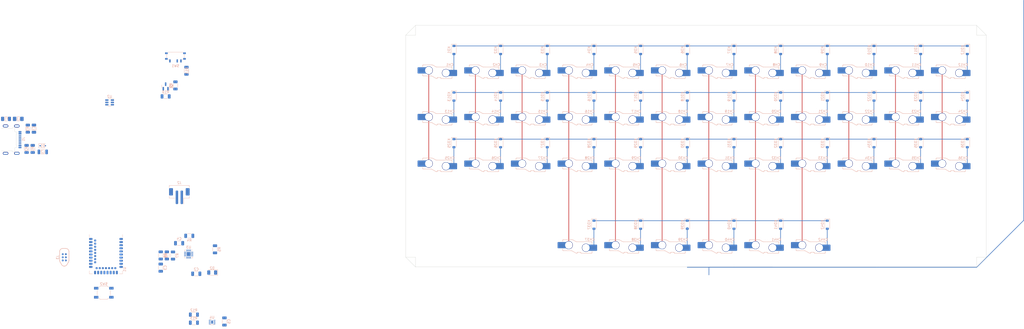
<source format=kicad_pcb>
(kicad_pcb (version 20221018) (generator pcbnew)
  (layers (0 "F.Cu" signal) (31 "B.Cu" signal) (34 "B.Paste" user) (35 "F.Paste" user) (36 "B.SilkS" user "B.Silkscreen") (37 "F.SilkS" user "F.Silkscreen") (38 "B.Mask" user) (39 "F.Mask" user) (44 "Edge.Cuts" user))
  (net 0 "")
  (net 1 "GNDPWR")
  (net 2 "GND")
  (net 3 "+BATT")
  (net 4 "+VSW")
  (net 5 "VBUS")
  (net 6 "Net-(J1-CC1)")
  (net 7 "usb-D+")
  (net 8 "usb-D-")
  (net 10 "Net-(J1-CC2)")
  (net 12 "Earth")
  (net 13 "+3.3V")
  (net 14 "SWDIO")
  (net 15 "RST")
  (net 16 "SWCLK")
  (net 18 "Net-(F1-Pad1)")
  (net 19 "Net-(Q1-G)")
  (net 20 "SYSOFF")
  (net 21 "Net-(U3-~{CHG})")
  (net 22 "Net-(U3-TS)")
  (net 23 "Net-(U3-TMR)")
  (net 24 "Net-(U3-ILIM)")
  (net 25 "Net-(U3-ISET)")
  (net 26 "+5V")
  (net 27 "Net-(SW1-A)")
  (net 28 "scl")
  (net 29 "sda")
  (net 35 "VSENSE")
  (net 66 "alert")
  (net 67 "row3")
  (net 68 "row2")
  (net 69 "row1")
  (net 70 "row0")
  (net 71 "col00")
  (net 72 "col01")
  (net 73 "col02")
  (net 74 "col03")
  (net 75 "col04")
  (net 76 "col05")
  (net 77 "col06")
  (net 78 "col07")
  (net 79 "col08")
  (net 80 "col09")
  (net 81 "col10")
  (net 82 "col11")
  (net 83 "Net-(KD1-A)")
  (net 84 "Net-(KD2-A)")
  (net 85 "Net-(KD3-A)")
  (net 86 "Net-(KD4-A)")
  (net 87 "Net-(KD5-A)")
  (net 88 "Net-(KD6-A)")
  (net 89 "Net-(KD7-A)")
  (net 90 "Net-(KD8-A)")
  (net 91 "Net-(KD9-A)")
  (net 92 "Net-(KD10-A)")
  (net 93 "Net-(KD11-A)")
  (net 94 "Net-(KD12-A)")
  (net 95 "Net-(KD13-A)")
  (net 96 "Net-(KD14-A)")
  (net 97 "Net-(KD15-A)")
  (net 98 "Net-(KD16-A)")
  (net 99 "Net-(KD17-A)")
  (net 100 "Net-(KD18-A)")
  (net 101 "Net-(KD19-A)")
  (net 102 "Net-(KD20-A)")
  (net 103 "Net-(KD21-A)")
  (net 104 "Net-(KD22-A)")
  (net 105 "Net-(KD23-A)")
  (net 106 "Net-(KD24-A)")
  (net 107 "Net-(KD25-A)")
  (net 108 "Net-(KD26-A)")
  (net 109 "Net-(KD27-A)")
  (net 110 "Net-(KD28-A)")
  (net 111 "Net-(KD29-A)")
  (net 112 "Net-(KD30-A)")
  (net 113 "Net-(KD31-A)")
  (net 114 "Net-(KD32-A)")
  (net 115 "Net-(KD33-A)")
  (net 116 "Net-(KD34-A)")
  (net 117 "Net-(KD35-A)")
  (net 118 "Net-(KD36-A)")
  (net 119 "Net-(KD37-A)")
  (net 120 "Net-(KD38-A)")
  (net 121 "Net-(KD39-A)")
  (net 122 "Net-(KD40-A)")
  (net 123 "Net-(KD41-A)")
  (net 124 "Net-(KD42-A)")
  (footprint "Diode_SMD:D_SOD-123" (layer "B.Cu") (at 185.27619 41.6 -90)
    (fp_text reference "KD20")
    (fp_text value "1N4448W")
  )
  (footprint "Resistor_SMD:R_1206_3216Metric" (layer "B.Cu") (at -54.21 130.745 180)
    (fp_text reference "R12")
    (fp_text value "5.1 kOhm")
  )
  (footprint "Diode_SMD:D_SOD-123" (layer "B.Cu") (at 166.22619 22.55 -90)
    (fp_text reference "KD7")
    (fp_text value "1N4448W")
  )
  (footprint "PCM_marbastlib-various:CON_TC2030_outlined" (layer "B.Cu") (at -107.1125 107.305 90)
    (fp_text reference "J3")
    (fp_text value "TC2030_SWD" hide)
  )
  (footprint "Resistor_SMD:R_1206_3216Metric" (layer "B.Cu") (at -45.6 104.035 90)
    (fp_text reference "R5")
    (fp_text value "10 kOhm")
  )
  (footprint "Diode_SMD:D_SOD-123" (layer "B.Cu") (at 147.17619 22.55 -90)
    (fp_text reference "KD6")
    (fp_text value "1N4448W")
  )
  (footprint "PCM_marbastlib-xp-gateron_lp:SW_KS33_HS_KS-2P02B01-02_HS_1u" (layer "B.Cu") (at 122.25 64.3 180)
    (fp_text reference "CH29")
    (fp_text value "KS33_SW_HS")
  )
  (footprint "Diode_SMD:D_SOD-123" (layer "B.Cu") (at 147.17619 60.65 -90)
    (fp_text reference "KD30")
    (fp_text value "1N4448W")
  )
  (footprint "Diode_SMD:D_SOD-323" (layer "B.Cu") (at -115.8975 61.7125)
    (fp_text reference "D1")
    (fp_text value "SD36_SOD323" hide)
  )
  (footprint "PCM_marbastlib-xp-gateron_lp:SW_KS33_HS_KS-2P02B01-02_HS_1u" (layer "B.Cu") (at 198.45 26.2 180)
    (fp_text reference "CH9")
    (fp_text value "KS33_SW_HS")
  )
  (footprint "PCM_marbastlib-various:nRF52840_E73-2G4M08S1C" (layer "B.Cu") (at -90.1 104.835 180)
    (fp_text reference "U1")
    (fp_text value "nRF52840_E73-2G4M08S1C" hide)
  )
  (footprint "PCM_marbastlib-xp-gateron_lp:SW_KS33_HS_KS-2P02B01-02_HS_1u" (layer "B.Cu") (at 103.2 97.6375 180)
    (fp_text reference "CH37")
    (fp_text value "KS33_SW_HS")
  )
  (footprint "PCM_marbastlib-xp-gateron_lp:SW_KS33_HS_KS-2P02B01-02_HS_1u" (layer "B.Cu") (at 141.3 64.3 180)
    (fp_text reference "CH30")
    (fp_text value "KS33_SW_HS")
  )
  (footprint "PCM_marbastlib-xp-gateron_lp:SW_KS33_HS_KS-2P02B01-02_HS_1u" (layer "B.Cu") (at 103.2 45.25 180)
    (fp_text reference "CH16")
    (fp_text value "KS33_SW_HS")
  )
  (footprint "Diode_SMD:D_SOD-123" (layer "B.Cu") (at 204.32619 22.55 -90)
    (fp_text reference "KD9")
    (fp_text value "1N4448W")
  )
  (footprint "Diode_SMD:D_SOD-123" (layer "B.Cu") (at 51.92619 22.55 -90)
    (fp_text reference "KD1")
    (fp_text value "1N4448W")
  )
  (footprint "PCM_marbastlib-xp-gateron_lp:SW_KS33_HS_KS-2P02B01-02_HS_1u" (layer "B.Cu") (at 179.4 45.25 180)
    (fp_text reference "CH20")
    (fp_text value "KS33_SW_HS")
  )
  (footprint "Diode_SMD:D_SOD-123" (layer "B.Cu") (at 51.92619 41.6 -90)
    (fp_text reference "KD13")
    (fp_text value "1N4448W")
  )
  (footprint "Connector_JST:JST_PH_B2B-PH-SM4-TB_1x02-1MP_P2.00mm_Vertical" (layer "B.Cu") (at -60.1475 82.285 180)
    (fp_text reference "J2")
    (fp_text value "Conn_01x02_Shielded")
  )
  (footprint "PCM_marbastlib-xp-gateron_lp:SW_KS33_HS_KS-2P02B01-02_HS_1u" (layer "B.Cu") (at 141.3 26.2 180)
    (fp_text reference "CH6")
    (fp_text value "KS33_SW_HS")
  )
  (footprint "PCM_marbastlib-xp-gateron_lp:SW_KS33_HS_KS-2P02B01-02_HS_1u" (layer "B.Cu") (at 65.1 26.2 180)
    (fp_text reference "CH2")
    (fp_text value "KS33_SW_HS")
  )
  (footprint "Diode_SMD:D_SOD-123" (layer "B.Cu") (at 185.27619 60.65 -90)
    (fp_text reference "KD32")
    (fp_text value "1N4448W")
  )
  (footprint "Button_Switch_SMD:SW_SPST_SKQG_WithStem" (layer "B.Cu") (at -90.9975 121.785 180)
    (fp_text reference "SW2")
    (fp_text value "SW_Push_45deg")
  )
  (footprint "Package_DFN_QFN:VQFN-16-1EP_3x3mm_P0.5mm_EP1.6x1.6mm" (layer "B.Cu") (at -56.35 105.9725 180)
    (fp_text reference "U3")
    (fp_text value "BQ24075RGT")
  )
  (footprint "Diode_SMD:D_SOD-123" (layer "B.Cu") (at 109.07619 93.9875 -90)
    (fp_text reference "KD37")
    (fp_text value "1N4448W")
  )
  (footprint "PCM_marbastlib-xp-gateron_lp:SW_KS33_HS_KS-2P02B01-02_HS_1u" (layer "B.Cu") (at 84.15 64.3 180)
    (fp_text reference "CH27")
    (fp_text value "KS33_SW_HS")
  )
  (footprint "Diode_SMD:D_SOD-123" (layer "B.Cu") (at 166.22619 93.9875 -90)
    (fp_text reference "KD40")
    (fp_text value "1N4448W")
  )
  (footprint "Diode_SMD:D_SOD-123" (layer "B.Cu") (at 90.02619 41.6 -90)
    (fp_text reference "KD15")
    (fp_text value "1N4448W")
  )
  (footprint "Capacitor_SMD:C_1206_3216Metric" (layer "B.Cu") (at -67.7475 111.535 90)
    (fp_text reference "C3")
    (fp_text value "4.7 uF")
  )
  (footprint "Resistor_SMD:R_1206_3216Metric" (layer "B.Cu") (at -62.7475 106.5725 90)
    (fp_text reference "R7")
    (fp_text value "1.5 kOhm")
  )
  (footprint "PCM_marbastlib-xp-gateron_lp:SW_KS33_HS_KS-2P02B01-02_HS_1u" (layer "B.Cu") (at 103.2 26.2 180)
    (fp_text reference "CH4")
    (fp_text value "KS33_SW_HS")
  )
  (footprint "PCM_marbastlib-xp-gateron_lp:SW_KS33_HS_KS-2P02B01-02_HS_1u" (layer "B.Cu") (at 160.35 45.25 180)
    (fp_text reference "CH19")
    (fp_text value "KS33_SW_HS")
  )
  (footprint "Diode_SMD:D_SOD-123" (layer "B.Cu") (at 261.47619 41.6 -90)
    (fp_text reference "KD24")
    (fp_text value "1N4448W")
  )
  (footprint "Diode_SMD:D_SOD-123" (layer "B.Cu") (at 185.27619 93.9875 -90)
    (fp_text reference "KD41")
    (fp_text value "1N4448W")
  )
  (footprint "Diode_SMD:D_SOD-123" (layer "B.Cu") (at 147.17619 41.6 -90)
    (fp_text reference "KD18")
    (fp_text value "1N4448W")
  )
  (footprint "Diode_SMD:D_SOD-123" (layer "B.Cu") (at 128.12619 60.65 -90)
    (fp_text reference "KD29")
    (fp_text value "1N4448W")
  )
  (footprint "PCM_marbastlib-xp-gateron_lp:SW_KS33_HS_KS-2P02B01-02_HS_1u" (layer "B.Cu") (at 217.5 26.2 180)
    (fp_text reference "CH10")
    (fp_text value "KS33_SW_HS")
  )
  (footprint "PCM_marbastlib-xp-gateron_lp:SW_KS33_HS_KS-2P02B01-02_HS_1u" (layer "B.Cu") (at 160.35 26.2 180)
    (fp_text reference "CH7")
    (fp_text value "KS33_SW_HS")
  )
  (footprint "Resistor_SMD:R_1206_3216Metric" (layer "B.Cu") (at -120 63 -90)
    (fp_text reference "R1")
    (fp_text value "5.1 kOhm" hide)
  )
  (footprint "Diode_SMD:D_SOD-123" (layer "B.Cu") (at 147.17619 93.9875 -90)
    (fp_text reference "KD39")
    (fp_text value "1N4448W")
  )
  (footprint "PCM_marbastlib-xp-gateron_lp:SW_KS33_HS_KS-2P02B01-02_HS_1u" (layer "B.Cu") (at 255.6 64.3 180)
    (fp_text reference "CH36")
    (fp_text value "KS33_SW_HS")
  )
  (footprint "Capacitor_SMD:C_1206_3216Metric" (layer "B.Cu") (at -41.7475 133.535 90)
    (fp_text reference "C5")
    (fp_text value "100 nF")
  )
  (footprint "PCM_marbastlib-xp-gateron_lp:SW_KS33_HS_KS-2P02B01-02_HS_1u" (layer "B.Cu") (at 46.05 64.3 180)
    (fp_text reference "CH25")
    (fp_text value "KS33_SW_HS")
  )
  (footprint "Diode_SMD:D_SOD-123" (layer "B.Cu") (at 128.12619 93.9875 -90)
    (fp_text reference "KD38")
    (fp_text value "1N4448W")
  )
  (footprint "Diode_SMD:D_SOD-123" (layer "B.Cu") (at 109.07619 22.55 -90)
    (fp_text reference "KD4")
    (fp_text value "1N4448W")
  )
  (footprint "Resistor_SMD:R_1206_3216Metric" (layer "B.Cu") (at -56.1 98.535)
    (fp_text reference "R4")
    (fp_text value "1.5 kOhm")
  )
  (footprint "Resistor_SMD:R_1206_3216Metric" (layer "B.Cu") (at -61.7475 37.035 -90)
    (fp_text reference "R9")
    (fp_text value "100 Ohm")
  )
  (footprint "PCM_marbastlib-xp-gateron_lp:SW_KS33_HS_KS-2P02B01-02_HS_1u" (layer "B.Cu") (at 65.1 45.25 180)
    (fp_text reference "CH14")
    (fp_text value "KS33_SW_HS")
  )
  (footprint "Diode_SMD:D_SOD-123" (layer "B.Cu") (at 90.02619 22.55 -90)
    (fp_text reference "KD3")
    (fp_text value "1N4448W")
  )
  (footprint "PCM_marbastlib-xp-gateron_lp:SW_KS33_HS_KS-2P02B01-02_HS_1u" (layer "B.Cu") (at 198.45 45.25 180)
    (fp_text reference "CH21")
    (fp_text value "KS33_SW_HS")
  )
  (footprint "PCM_marbastlib-xp-gateron_lp:SW_KS33_HS_KS-2P02B01-02_HS_1u" (layer "B.Cu") (at 255.6 26.2 180)
    (fp_text reference "CH12")
    (fp_text value "KS33_SW_HS")
  )
  (footprint "Resistor_SMD:R_1206_3216Metric" (layer "B.Cu") (at -122.5 63 -90)
    (fp_text reference "R2")
    (fp_text value "5.1 kOhm" hide)
  )
  (footprint "Package_TO_SOT_SMD:SOT-23" (layer "B.Cu") (at -65.7475 37.4725 90)
    (fp_text reference "Q1")
    (fp_text value "2N7002")
  )
  (footprint "PCM_marbastlib-xp-gateron_lp:SW_KS33_HS_KS-2P02B01-02_HS_1u" (layer "B.Cu") (at 236.55 45.25 180)
    (fp_text reference "CH23")
    (fp_text value "KS33_SW_HS")
  )
  (footprint "Diode_SMD:D_SOD-123" (layer "B.Cu") (at 109.07619 60.65 -90)
    (fp_text reference "KD28")
    (fp_text value "1N4448W")
  )
  (footprint "Inductor_SMD:L_1206_3216Metric_Pad1.42x1.75mm_HandSolder" (layer "B.Cu") (at -125.9 50.7125 180)
    (fp_text reference "L1")
    (fp_text value "L" hide)
  )
  (footprint "Diode_SMD:D_SOD-123" (layer "B.Cu") (at 223.37619 41.6 -90)
    (fp_text reference "KD22")
    (fp_text value "1N4448W")
  )
  (footprint "Package_DFN_QFN:DFN-8-1EP_2x2mm_P0.5mm_EP0.7x1.3mm" (layer "B.Cu") (at -46.785 133.785 180)
    (fp_text reference "U4")
    (fp_text value "MAX17048")
  )
  (footprint "Diode_SMD:D_SOD-123" (layer "B.Cu") (at 185.27619 22.55 -90)
    (fp_text reference "KD8")
    (fp_text value "1N4448W")
  )
  (footprint "Package_TO_SOT_SMD:SOT-23-6" (layer "B.Cu") (at -88.61 43.985 180)
    (fp_text reference "U2")
    (fp_text value "WE-TVS-824015043")
  )
  (footprint "Diode_SMD:D_SOD-123" (layer "B.Cu") (at 128.12619 41.6 -90)
    (fp_text reference "KD17")
    (fp_text value "1N4448W")
  )
  (footprint "PCM_marbastlib-xp-gateron_lp:SW_KS33_HS_KS-2P02B01-02_HS_1u" (layer "B.Cu") (at 103.2 64.3 180)
    (fp_text reference "CH28")
    (fp_text value "KS33_SW_HS")
  )
  (footprint "PCM_marbastlib-xp-gateron_lp:SW_KS33_HS_KS-2P02B01-02_HS_1u" (layer "B.Cu") (at 179.4 64.3 180)
    (fp_text reference "CH32")
    (fp_text value "KS33_SW_HS")
  )
  (footprint "PCM_marbastlib-xp-gateron_lp:SW_KS33_HS_KS-2P02B01-02_HS_1u" (layer "B.Cu") (at 236.55 26.2 180)
    (fp_text reference "CH11")
    (fp_text value "KS33_SW_HS")
  )
  (footprint "Diode_SMD:D_SOD-123" (layer "B.Cu") (at 204.32619 93.9875 -90)
    (fp_text reference "KD42")
    (fp_text value "1N4448W")
  )
  (footprint "PCM_marbastlib-xp-gateron_lp:SW_KS33_HS_KS-2P02B01-02_HS_1u" (layer "B.Cu") (at 122.25 26.2 180)
    (fp_text reference "CH5")
    (fp_text value "KS33_SW_HS")
  )
  (footprint "Resistor_SMD:R_1206_3216Metric" (layer "B.Cu") (at -65.2475 106.535 90)
    (fp_text reference "R6")
    (fp_text value "47 kOhm")
  )
  (footprint "PCM_marbastlib-xp-gateron_lp:SW_KS33_HS_KS-2P02B01-02_HS_1u" (layer "B.Cu") (at 160.35 97.6375 180)
    (fp_text reference "CH40")
    (fp_text value "KS33_SW_HS")
  )
  (footprint "Inductor_SMD:L_1206_3216Metric" (layer "B.Cu") (at -115.8975 64.2125)
    (fp_text reference "L2")
    (fp_text value "BLM15PX121SN1D" hide)
  )
  (footprint "PCM_marbastlib-xp-gateron_lp:SW_KS33_HS_KS-2P02B01-02_HS_1u" (layer "B.Cu") (at 179.4 97.6375 180)
    (fp_text reference "CH41")
    (fp_text value "KS33_SW_HS")
  )
  (footprint "PCM_marbastlib-xp-gateron_lp:SW_KS33_HS_KS-2P02B01-02_HS_1u" (layer "B.Cu") (at 122.25 45.25 180)
    (fp_text reference "CH17")
    (fp_text value "KS33_SW_HS")
  )
  (footprint "Fuse:Fuse_1206_3216Metric" (layer "B.Cu") (at -130.9 50.7125 180)
    (fp_text reference "F1")
    (fp_text value "Fuse" hide)
  )
  (footprint "Diode_SMD:D_SOD-123" (layer "B.Cu") (at 242.42619 60.65 -90)
    (fp_text reference "KD35")
    (fp_text value "1N4448W")
  )
  (footprint "PCM_marbastlib-xp-gateron_lp:SW_KS33_HS_KS-2P02B01-02_HS_1u" (layer "B.Cu") (at 46.05 45.25 180)
    (fp_text reference "CH13")
    (fp_text value "KS33_SW_HS")
  )
  (footprint "Resistor_SMD:R_1206_3216Metric" (layer "B.Cu") (at -65.7475 41.535 180)
    (fp_text reference "R10")
    (fp_text value "10 kOhm")
  )
  (footprint "Resistor_SMD:R_1206_3216Metric" (layer "B.Cu") (at -57.2475 31.035 -90)
    (fp_text reference "R11")
    (fp_text value "100 kOhm")
  )
  (footprint "PCM_marbastlib-xp-gateron_lp:SW_KS33_HS_KS-2P02B01-02_HS_1u" (layer "B.Cu") (at 179.4 26.2 180)
    (fp_text reference "CH8")
    (fp_text value "KS33_SW_HS")
  )
  (footprint "Resistor_SMD:R_1206_3216Metric" (layer "B.Cu") (at -122 54.7125 -90)
    (fp_text reference "R3")
    (fp_text value "1 mOhm" hide)
  )
  (footprint "PCM_marbastlib-xp-gateron_lp:SW_KS33_HS_KS-2P02B01-02_HS_1u" (layer "B.Cu") (at 160.35 64.3 180)
    (fp_text reference "CH31")
    (fp_text value "KS33_SW_HS")
  )
  (footprint "PCM_marbastlib-xp-gateron_lp:SW_KS33_HS_KS-2P02B01-02_HS_1u" (layer "B.Cu") (at 65.1 64.3 180)
    (fp_text reference "CH26")
    (fp_text value "KS33_SW_HS")
  )
  (footprint "Diode_SMD:D_SOD-123" (layer "B.Cu") (at 128.12619 22.55 -90)
    (fp_text reference "KD5")
    (fp_text value "1N4448W")
  )
  (footprint "PCM_marbastlib-xp-gateron_lp:SW_KS33_HS_KS-2P02B01-02_HS_1u" (layer "B.Cu") (at 141.3 45.25 180)
    (fp_text reference "CH18")
    (fp_text value "KS33_SW_HS")
  )
  (footprint "PCM_marbastlib-xp-gateron_lp:SW_KS33_HS_KS-2P02B01-02_HS_1u" (layer "B.Cu") (at 84.15 45.25 180)
    (fp_text reference "CH15")
    (fp_text value "KS33_SW_HS")
  )
  (footprint "PCM_marbastlib-xp-gateron_lp:SW_KS33_HS_KS-2P02B01-02_HS_1u" (layer "B.Cu") (at 217.5 64.3 180)
    (fp_text reference "CH34")
    (fp_text value "KS33_SW_HS")
  )
  (footprint "PCM_marbastlib-xp-gateron_lp:SW_KS33_HS_KS-2P02B01-02_HS_1u" (layer "B.Cu") (at 122.25 97.6375 180)
    (fp_text reference "CH38")
    (fp_text value "KS33_SW_HS")
  )
  (footprint "Diode_SMD:D_SOD-123" (layer "B.Cu") (at 261.47619 60.65 -90)
    (fp_text reference "KD36")
    (fp_text value "1N4448W")
  )
  (footprint "Diode_SMD:D_SOD-123" (layer "B.Cu") (at 51.92619 60.65 -90)
    (fp_text reference "KD25")
    (fp_text value "1N4448W")
  )
  (footprint "Diode_SMD:D_SOD-123" (layer "B.Cu") (at 166.22619 60.65 -90)
    (fp_text reference "KD31")
    (fp_text value "1N4448W")
  )
  (footprint "Diode_SMD:D_SOD-123" (layer "B.Cu") (at 166.22619 41.6 -90)
    (fp_text reference "KD19")
    (fp_text value "1N4448W")
  )
  (footprint "Capacitor_SMD:C_1206_3216Metric" (layer "B.Cu") (at -53.2475 114.035 180)
    (fp_text reference "C2")
    (fp_text value "4.7 uF")
  )
  (footprint "PCM_marbastlib-xp-gateron_lp:SW_KS33_HS_KS-2P02B01-02_HS_1u" (layer "B.Cu") (at 141.3 97.6375 180)
    (fp_text reference "CH39")
    (fp_text value "KS33_SW_HS")
  )
  (footprint "LED_SMD:LED_1206_3216Metric" (layer "B.Cu") (at -46.7475 113.535 180)
    (fp_text reference "D2")
    (fp_text value "LED")
  )
  (footprint "Diode_SMD:D_SOD-123" (layer "B.Cu") (at 223.37619 22.55 -90)
    (fp_text reference "KD10")
    (fp_text value "1N4448W")
  )
  (footprint "Diode_SMD:D_SOD-123" (layer "B.Cu") (at 70.97619 41.6 -90)
    (fp_text reference "KD14")
    (fp_text value "1N4448W")
  )
  (footprint "Diode_SMD:D_SOD-123" (layer "B.Cu") (at 204.32619 41.6 -90)
    (fp_text reference "KD21")
    (fp_text value "1N4448W")
  )
  (footprint "Resistor_SMD:R_1206_3216Metric" (layer "B.Cu") (at -54.21 134.035 180)
    (fp_text reference "R13")
    (fp_text value "5.1 kOhm")
  )
  (footprint "PCM_marbastlib-xp-gateron_lp:SW_KS33_HS_KS-2P02B01-02_HS_1u" (layer "B.Cu") (at 236.55 64.3 180)
    (fp_text reference "CH35")
    (fp_text value "KS33_SW_HS")
  )
  (footprint "Diode_SMD:D_SOD-123" (layer "B.Cu") (at 109.07619 41.6 -90)
    (fp_text reference "KD16")
    (fp_text value "1N4448W")
  )
  (footprint "Capacitor_SMD:C_1206_3216Metric" (layer "B.Cu") (at -119.5 54.7125 -90)
    (fp_text reference "C1")
    (fp_text value "100 nF" hide)
  )
  (footprint "PCM_marbastlib-xp-gateron_lp:SW_KS33_HS_KS-2P02B01-02_HS_1u" (layer "B.Cu") (at 255.6 45.25 180)
    (fp_text reference "CH24")
    (fp_text value "KS33_SW_HS")
  )
  (footprint "Capacitor_SMD:C_1206_3216Metric" (layer "B.Cu") (at -60.2475 101.535 180)
    (fp_text reference "C4")
    (fp_text value "4.7 uF")
  )
  (footprint "PCM_marbastlib-various:USB_C_Receptacle_HRO_TYPE-C-31-M-14" (layer "B.Cu") (at -126.3975 59.2125 90)
    (fp_text reference "J1")
    (fp_text value "USB_C_Receptacle_USB2.0_16P" hide)
    (fp_line (start -4.554999 -2.075821) (end -4.554999 -6.435) (stroke (width 0.08)) (layer "Edge.Cuts"))
    (fp_line (start -3.404998 -0.905) (end -4.554999 -0.905) (stroke (width 0.08)) (layer "Edge.Cuts"))
    (fp_line (start -3.204999 -0.505) (end -3.204999 -0.705) (stroke (width 0.08)) (layer "Edge.Cuts"))
    (fp_line (start -0.004999 -0.355) (end -2.098781 -0.355) (stroke (width 0.08)) (layer "Edge.Cuts"))
    (fp_line (start -0.004999 -0.355) (end 2.088783 -0.355) (stroke (width 0.08)) (layer "Edge.Cuts"))
    (fp_line (start 3.195001 -0.505) (end 3.195001 -0.705) (stroke (width 0.08)) (layer "Edge.Cuts"))
    (fp_line (start 3.395 -0.905) (end 4.545001 -0.905) (stroke (width 0.08)) (layer "Edge.Cuts"))
    (fp_line (start 4.545001 -2.075821) (end 4.545001 -6.435) (stroke (width 0.08)) (layer "Edge.Cuts"))
    (fp_arc (start -4.554999 -2.075821) (mid -4.594642 -1.956298) (end -4.697856 -1.884158) (stroke (width 0.08)) (layer "Edge.Cuts"))
    (fp_arc (start -4.554999 -0.905) (mid -5.04976 -1.332815) (end -4.697856 -1.884157) (stroke (width 0.08)) (layer "Edge.Cuts"))
    (fp_arc (start -3.404998 -0.905) (mid -3.263577 -0.846421) (end -3.204998 -0.705) (stroke (width 0.08)) (layer "Edge.Cuts"))
    (fp_arc (start -2.271986 -0.255) (mid -2.834409 -0.022037) (end -3.204999 -0.505) (stroke (width 0.08)) (layer "Edge.Cuts"))
    (fp_arc (start -2.271986 -0.255) (mid -2.198781 -0.328205) (end -2.098781 -0.355) (stroke (width 0.08)) (layer "Edge.Cuts"))
    (fp_arc (start 2.088783 -0.355) (mid 2.188789 -0.328211) (end 2.261988 -0.255) (stroke (width 0.08)) (layer "Edge.Cuts"))
    (fp_arc (start 3.195001 -0.705) (mid 3.253579 -0.846421) (end 3.395 -0.904999) (stroke (width 0.08)) (layer "Edge.Cuts"))
    (fp_arc (start 3.195001 -0.505) (mid 2.82441 -0.022036) (end 2.261988 -0.255) (stroke (width 0.08)) (layer "Edge.Cuts"))
    (fp_arc (start 4.687858 -1.884158) (mid 4.584652 -1.9563) (end 4.545001 -2.075821) (stroke (width 0.08)) (layer "Edge.Cuts"))
    (fp_arc (start 4.687858 -1.884158) (mid 5.039763 -1.332815) (end 4.545001 -0.904999) (stroke (width 0.08)) (layer "Edge.Cuts"))
  )
  (footprint "Resistor_SMD:R_1206_3216Metric" (layer "B.Cu") (at -67.7475 106.535 90)
    (fp_text reference "R8")
    (fp_text value "3.9 kOhm")
  )
  (footprint "Diode_SMD:D_SOD-123" (layer "B.Cu") (at 70.97619 60.65 -90)
    (fp_text reference "KD26")
    (fp_text value "1N4448W")
  )
  (footprint "PCM_marbastlib-xp-gateron_lp:SW_KS33_HS_KS-2P02B01-02_HS_1u" (layer "B.Cu") (at 198.45 97.6375 180)
    (fp_text reference "CH42")
    (fp_text value "KS33_SW_HS")
  )
  (footprint "Diode_SMD:D_SOD-123" (layer "B.Cu") (at 261.47619 22.55 -90)
    (fp_text reference "KD12")
    (fp_text value "1N4448W")
  )
  (footprint "Diode_SMD:D_SOD-123" (layer "B.Cu") (at 242.42619 22.55 -90)
    (fp_text reference "KD11")
    (fp_text value "1N4448W")
  )
  (footprint "Diode_SMD:D_SOD-123" (layer "B.Cu") (at 204.32619 60.65 -90)
    (fp_text reference "KD33")
    (fp_text value "1N4448W")
  )
  (footprint "Diode_SMD:D_SOD-123" (layer "B.Cu") (at 90.02619 60.65 -90)
    (fp_text reference "KD27")
    (fp_text value "1N4448W")
  )
  (footprint "PCM_marbastlib-xp-gateron_lp:SW_KS33_HS_KS-2P02B01-02_HS_1u" (layer "B.Cu") (at 46.05 26.2 180)
    (fp_text reference "CH1")
    (fp_text value "KS33_SW_HS")
  )
  (footprint "Diode_SMD:D_SOD-123" (layer "B.Cu") (at 242.42619 41.6 -90)
    (fp_text reference "KD23")
    (fp_text value "1N4448W")
  )
  (footprint "PCM_marbastlib-xp-gateron_lp:SW_KS33_HS_KS-2P02B01-02_HS_1u" (layer "B.Cu") (at 217.5 45.25 180)
    (fp_text reference "CH22")
    (fp_text value "KS33_SW_HS")
  )
  (footprint "PCM_marbastlib-various:SW_MSK12C02-HB" (layer "B.Cu") (at -61.7475 25.035 180)
    (fp_text reference "SW1")
    (fp_text value "SW_Nidec_CAS-120A1")
  )
  (footprint "Diode_SMD:D_SOD-123" (layer "B.Cu") (at 223.37619 60.65 -90)
    (fp_text reference "KD34")
    (fp_text value "1N4448W")
  )
  (footprint "PCM_marbastlib-xp-gateron_lp:SW_KS33_HS_KS-2P02B01-02_HS_1u" (layer "B.Cu") (at 198.45 64.3 180)
    (fp_text reference "CH33")
    (fp_text value "KS33_SW_HS")
  )
  (footprint "PCM_marbastlib-xp-gateron_lp:SW_KS33_HS_KS-2P02B01-02_HS_1u" (layer "B.Cu") (at 84.15 26.2 180)
    (fp_text reference "CH3")
    (fp_text value "KS33_SW_HS")
  )
  (footprint "Diode_SMD:D_SOD-123" (layer "B.Cu") (at 70.97619 22.55 -90)
    (fp_text reference "KD2")
    (fp_text value "1N4448W")
  )
  (gr_line (start 36.25 12.5) (end 32.25 16.5) (stroke (width 0.1)) (layer "Edge.Cuts"))
  (gr_line (start 36.25 16.5) (end 36.25 12.5) (stroke (width 0.1)) (layer "Edge.Cuts"))
  (gr_line (start 265.25 12.5) (end 36.25 12.5) (stroke (width 0.1)) (layer "Edge.Cuts"))
  (gr_line (start 269.25 16.5) (end 265.25 12.5) (stroke (width 0.1)) (layer "Edge.Cuts"))
  (gr_line (start 265.25 111.25) (end 269.25 107.25) (stroke (width 0.1)) (layer "Edge.Cuts"))
  (gr_line (start 32.25 107.25) (end 36.25 111.25) (stroke (width 0.1)) (layer "Edge.Cuts"))
  (gr_line (start 36.25 107.25) (end 36.25 111.25) (stroke (width 0.1)) (layer "Edge.Cuts"))
  (gr_line (start 36.25 16.5) (end 32.25 16.5) (stroke (width 0.1)) (layer "Edge.Cuts"))
  (gr_line (start 265.25 16.5) (end 265.25 12.5) (stroke (width 0.1)) (layer "Edge.Cuts"))
  (gr_line (start 269.25 107.25) (end 269.25 16.5) (stroke (width 0.1)) (layer "Edge.Cuts"))
  (gr_line (start 265.25 107.25) (end 269.25 107.25) (stroke (width 0.1)) (layer "Edge.Cuts"))
  (gr_line (start 265.25 16.5) (end 269.25 16.5) (stroke (width 0.1)) (layer "Edge.Cuts"))
  (gr_line (start 36.25 111.25) (end 265.25 111.25) (stroke (width 0.1)) (layer "Edge.Cuts"))
  (gr_line (start 265.25 107.25) (end 265.25 111.25) (stroke (width 0.1)) (layer "Edge.Cuts"))
  (gr_line (start 32.25 16.5) (end 32.25 107.25) (stroke (width 0.1)) (layer "Edge.Cuts"))
  (gr_line (start 36.25 107.25) (end 32.25 107.25) (stroke (width 0.1)) (layer "Edge.Cuts"))
  (segment (start 166.22619 111.375) (end 265.301776 111.375) (width 0.25) (layer "B.Cu") (net 0))
  (segment (start 156 111.375) (end 166.22619 111.375) (width 0.25) (layer "B.Cu") (net 0))
  (segment (start 265.301776 111.375) (end 284.5 92.176776) (width 0.25) (layer "B.Cu") (net 0))
  (segment (start 166.22619 111.375) (end 182 111.375) (width 0.25) (layer "B.Cu") (net 0))
  (segment (start 156 114.5) (end 156 111.375) (width 0.25) (layer "B.Cu") (net 0))
  (segment (start 225 111.375) (end 147.17619 111.375) (width 0.25) (layer "B.Cu") (net 0))
  (segment (start 284.5 92.176776) (end 284.5 2.25) (width 0.25) (layer "B.Cu") (net 0))
  (segment (start 265.301776 111.375) (end 225 111.375) (width 0.25) (layer "B.Cu") (net 0))
  (segment (start 166.22619 111.375) (end 147.17619 111.375) (width 0.25) (layer "B.Cu") (net 0))
  (segment (start 147.17619 20.9) (end 128.12619 20.9) (width 0.25) (layer "B.Cu") (net 67))
  (segment (start 166.22619 20.9) (end 147.17619 20.9) (width 0.25) (layer "B.Cu") (net 67))
  (segment (start 90.02619 20.9) (end 109.07619 20.9) (width 0.25) (layer "B.Cu") (net 67))
  (segment (start 70.97619 20.9) (end 90.02619 20.9) (width 0.25) (layer "B.Cu") (net 67))
  (segment (start 261.47619 20.9) (end 242.42619 20.9) (width 0.25) (layer "B.Cu") (net 67))
  (segment (start 242.42619 20.9) (end 223.37619 20.9) (width 0.25) (layer "B.Cu") (net 67))
  (segment (start 223.37619 20.9) (end 204.32619 20.9) (width 0.25) (layer "B.Cu") (net 67))
  (segment (start 204.32619 20.9) (end 185.27619 20.9) (width 0.25) (layer "B.Cu") (net 67))
  (segment (start 51.92619 20.9) (end 70.97619 20.9) (width 0.25) (layer "B.Cu") (net 67))
  (segment (start 109.07619 20.9) (end 128.12619 20.9) (width 0.25) (layer "B.Cu") (net 67))
  (segment (start 185.27619 20.9) (end 166.22619 20.9) (width 0.25) (layer "B.Cu") (net 67))
  (segment (start 147.17619 39.95) (end 128.12619 39.95) (width 0.25) (layer "B.Cu") (net 68))
  (segment (start 242.42619 39.95) (end 223.37619 39.95) (width 0.25) (layer "B.Cu") (net 68))
  (segment (start 185.27619 39.95) (end 166.22619 39.95) (width 0.25) (layer "B.Cu") (net 68))
  (segment (start 128.12619 39.95) (end 109.07619 39.95) (width 0.25) (layer "B.Cu") (net 68))
  (segment (start 109.07619 39.95) (end 90.02619 39.95) (width 0.25) (layer "B.Cu") (net 68))
  (segment (start 223.37619 39.95) (end 204.32619 39.95) (width 0.25) (layer "B.Cu") (net 68))
  (segment (start 204.32619 39.95) (end 185.27619 39.95) (width 0.25) (layer "B.Cu") (net 68))
  (segment (start 51.92619 39.95) (end 70.97619 39.95) (width 0.25) (layer "B.Cu") (net 68))
  (segment (start 261.47619 39.95) (end 242.42619 39.95) (width 0.25) (layer "B.Cu") (net 68))
  (segment (start 166.22619 39.95) (end 147.17619 39.95) (width 0.25) (layer "B.Cu") (net 68))
  (segment (start 70.97619 39.95) (end 90.02619 39.95) (width 0.25) (layer "B.Cu") (net 68))
  (segment (start 90.02619 59) (end 70.97619 59) (width 0.25) (layer "B.Cu") (net 69))
  (segment (start 261.47619 59) (end 242.42619 59) (width 0.25) (layer "B.Cu") (net 69))
  (segment (start 166.22619 59) (end 147.17619 59) (width 0.25) (layer "B.Cu") (net 69))
  (segment (start 185.27619 59) (end 166.22619 59) (width 0.25) (layer "B.Cu") (net 69))
  (segment (start 242.42619 59) (end 223.37619 59) (width 0.25) (layer "B.Cu") (net 69))
  (segment (start 70.97619 59) (end 51.92619 59) (width 0.25) (layer "B.Cu") (net 69))
  (segment (start 147.17619 59) (end 128.12619 59) (width 0.25) (layer "B.Cu") (net 69))
  (segment (start 128.12619 59) (end 109.07619 59) (width 0.25) (layer "B.Cu") (net 69))
  (segment (start 223.37619 59) (end 204.32619 59) (width 0.25) (layer "B.Cu") (net 69))
  (segment (start 109.07619 59) (end 90.02619 59) (width 0.25) (layer "B.Cu") (net 69))
  (segment (start 204.32619 59) (end 185.27619 59) (width 0.25) (layer "B.Cu") (net 69))
  (segment (start 166.22619 92.3375) (end 147.17619 92.3375) (width 0.25) (layer "B.Cu") (net 70))
  (segment (start 109.07619 92.3375) (end 128.12619 92.3375) (width 0.25) (layer "B.Cu") (net 70))
  (segment (start 128.12619 92.3375) (end 147.17619 92.3375) (width 0.25) (layer "B.Cu") (net 70))
  (segment (start 185.27619 92.3375) (end 166.22619 92.3375) (width 0.25) (layer "B.Cu") (net 70))
  (segment (start 204.32619 92.3375) (end 185.27619 92.3375) (width 0.25) (layer "B.Cu") (net 70))
  (segment (start 41.65 49.95) (end 41.65 69) (width 0.25) (layer "F.Cu") (net 71))
  (segment (start 41.65 30.9) (end 41.65 49.95) (width 0.25) (layer "F.Cu") (net 71))
  (segment (start 60.7 30.9) (end 60.7 49.95) (width 0.25) (layer "F.Cu") (net 72))
  (segment (start 60.7 49.95) (end 60.7 69) (width 0.25) (layer "F.Cu") (net 72))
  (segment (start 79.75 69) (end 79.75 49.95) (width 0.25) (layer "F.Cu") (net 73))
  (segment (start 79.75 49.95) (end 79.75 30.9) (width 0.25) (layer "F.Cu") (net 73))
  (segment (start 98.8 102.3375) (end 98.8 69) (width 0.25) (layer "F.Cu") (net 74))
  (segment (start 98.8 49.95) (end 98.8 30.9) (width 0.25) (layer "F.Cu") (net 74))
  (segment (start 98.8 49.95) (end 98.8 69) (width 0.25) (layer "F.Cu") (net 74))
  (segment (start 117.85 102.3375) (end 117.85 69) (width 0.25) (layer "F.Cu") (net 75))
  (segment (start 117.85 30.9) (end 117.85 49.95) (width 0.25) (layer "F.Cu") (net 75))
  (segment (start 117.85 69) (end 117.85 49.95) (width 0.25) (layer "F.Cu") (net 75))
  (segment (start 136.9 30.9) (end 136.9 49.95) (width 0.25) (layer "F.Cu") (net 76))
  (segment (start 136.9 102.3375) (end 136.9 69) (width 0.25) (layer "F.Cu") (net 76))
  (segment (start 136.9 69) (end 136.9 49.95) (width 0.25) (layer "F.Cu") (net 76))
  (segment (start 155.95 69) (end 155.95 49.95) (width 0.25) (layer "F.Cu") (net 77))
  (segment (start 155.95 102.3375) (end 155.95 69) (width 0.25) (layer "F.Cu") (net 77))
  (segment (start 155.95 49.95) (end 155.95 30.9) (width 0.25) (layer "F.Cu") (net 77))
  (segment (start 175 102.3375) (end 175 69) (width 0.25) (layer "F.Cu") (net 78))
  (segment (start 175 49.95) (end 175 30.9) (width 0.25) (layer "F.Cu") (net 78))
  (segment (start 175 69) (end 175 49.95) (width 0.25) (layer "F.Cu") (net 78))
  (segment (start 194.05 102.3375) (end 194.05 69) (width 0.25) (layer "F.Cu") (net 79))
  (segment (start 194.05 49.95) (end 194.05 30.9) (width 0.25) (layer "F.Cu") (net 79))
  (segment (start 194.05 69) (end 194.05 49.95) (width 0.25) (layer "F.Cu") (net 79))
  (segment (start 213.1 69) (end 213.1 49.95) (width 0.25) (layer "F.Cu") (net 80))
  (segment (start 213.1 30.9) (end 213.1 49.95) (width 0.25) (layer "F.Cu") (net 80))
  (segment (start 232.15 69) (end 232.15 49.95) (width 0.25) (layer "F.Cu") (net 81))
  (segment (start 232.15 49.95) (end 232.15 30.9) (width 0.25) (layer "F.Cu") (net 81))
  (segment (start 251.2 30.9) (end 251.2 49.95) (width 0.25) (layer "F.Cu") (net 82))
  (segment (start 251.2 69) (end 251.2 49.95) (width 0.25) (layer "F.Cu") (net 82))
  (segment (start 51.895 24.23119) (end 51.92619 24.2) (width 0.25) (layer "B.Cu") (net 83))
  (segment (start 51.895 31.95) (end 51.895 24.23119) (width 0.25) (layer "B.Cu") (net 83))
  (segment (start 70.945 24.23119) (end 70.97619 24.2) (width 0.25) (layer "B.Cu") (net 84))
  (segment (start 70.945 31.95) (end 70.945 24.23119) (width 0.25) (layer "B.Cu") (net 84))
  (segment (start 89.995 31.95) (end 89.995 24.23119) (width 0.25) (layer "B.Cu") (net 85))
  (segment (start 89.995 24.23119) (end 90.02619 24.2) (width 0.25) (layer "B.Cu") (net 85))
  (segment (start 109.045 31.95) (end 109.045 24.23119) (width 0.25) (layer "B.Cu") (net 86))
  (segment (start 109.045 24.23119) (end 109.07619 24.2) (width 0.25) (layer "B.Cu") (net 86))
  (segment (start 128.095 31.95) (end 128.095 24.23119) (width 0.25) (layer "B.Cu") (net 87))
  (segment (start 128.095 24.23119) (end 128.12619 24.2) (width 0.25) (layer "B.Cu") (net 87))
  (segment (start 147.145 24.23119) (end 147.17619 24.2) (width 0.25) (layer "B.Cu") (net 88))
  (segment (start 147.145 31.95) (end 147.145 24.23119) (width 0.25) (layer "B.Cu") (net 88))
  (segment (start 166.195 31.95) (end 166.195 24.23119) (width 0.25) (layer "B.Cu") (net 89))
  (segment (start 166.195 24.23119) (end 166.22619 24.2) (width 0.25) (layer "B.Cu") (net 89))
  (segment (start 185.245 31.95) (end 185.245 24.23119) (width 0.25) (layer "B.Cu") (net 90))
  (segment (start 185.245 24.23119) (end 185.27619 24.2) (width 0.25) (layer "B.Cu") (net 90))
  (segment (start 204.295 24.23119) (end 204.32619 24.2) (width 0.25) (layer "B.Cu") (net 91))
  (segment (start 204.295 31.95) (end 204.295 24.23119) (width 0.25) (layer "B.Cu") (net 91))
  (segment (start 223.345 24.23119) (end 223.37619 24.2) (width 0.25) (layer "B.Cu") (net 92))
  (segment (start 223.345 31.95) (end 223.345 24.23119) (width 0.25) (layer "B.Cu") (net 92))
  (segment (start 242.395 24.23119) (end 242.42619 24.2) (width 0.25) (layer "B.Cu") (net 93))
  (segment (start 242.395 31.95) (end 242.395 24.23119) (width 0.25) (layer "B.Cu") (net 93))
  (segment (start 261.445 24.23119) (end 261.47619 24.2) (width 0.25) (layer "B.Cu") (net 94))
  (segment (start 261.445 31.95) (end 261.445 24.23119) (width 0.25) (layer "B.Cu") (net 94))
  (segment (start 51.895 43.28119) (end 51.92619 43.25) (width 0.25) (layer "B.Cu") (net 95))
  (segment (start 51.895 51) (end 51.895 43.28119) (width 0.25) (layer "B.Cu") (net 95))
  (segment (start 70.945 51) (end 70.945 43.28119) (width 0.25) (layer "B.Cu") (net 96))
  (segment (start 70.945 43.28119) (end 70.97619 43.25) (width 0.25) (layer "B.Cu") (net 96))
  (segment (start 89.995 51) (end 89.995 43.28119) (width 0.25) (layer "B.Cu") (net 97))
  (segment (start 89.995 43.28119) (end 90.02619 43.25) (width 0.25) (layer "B.Cu") (net 97))
  (segment (start 109.045 51) (end 109.045 43.28119) (width 0.25) (layer "B.Cu") (net 98))
  (segment (start 109.045 43.28119) (end 109.07619 43.25) (width 0.25) (layer "B.Cu") (net 98))
  (segment (start 128.095 51) (end 128.095 43.28119) (width 0.25) (layer "B.Cu") (net 99))
  (segment (start 128.095 43.28119) (end 128.12619 43.25) (width 0.25) (layer "B.Cu") (net 99))
  (segment (start 147.145 51) (end 147.145 43.28119) (width 0.25) (layer "B.Cu") (net 100))
  (segment (start 147.145 43.28119) (end 147.17619 43.25) (width 0.25) (layer "B.Cu") (net 100))
  (segment (start 166.195 51) (end 166.195 43.28119) (width 0.25) (layer "B.Cu") (net 101))
  (segment (start 166.195 43.28119) (end 166.22619 43.25) (width 0.25) (layer "B.Cu") (net 101))
  (segment (start 185.245 43.28119) (end 185.27619 43.25) (width 0.25) (layer "B.Cu") (net 102))
  (segment (start 185.245 51) (end 185.245 43.28119) (width 0.25) (layer "B.Cu") (net 102))
  (segment (start 204.295 51) (end 204.295 43.28119) (width 0.25) (layer "B.Cu") (net 103))
  (segment (start 204.295 43.28119) (end 204.32619 43.25) (width 0.25) (layer "B.Cu") (net 103))
  (segment (start 223.345 51) (end 223.345 43.28119) (width 0.25) (layer "B.Cu") (net 104))
  (segment (start 223.345 43.28119) (end 223.37619 43.25) (width 0.25) (layer "B.Cu") (net 104))
  (segment (start 242.395 43.28119) (end 242.42619 43.25) (width 0.25) (layer "B.Cu") (net 105))
  (segment (start 242.395 51) (end 242.395 43.28119) (width 0.25) (layer "B.Cu") (net 105))
  (segment (start 261.445 43.28119) (end 261.47619 43.25) (width 0.25) (layer "B.Cu") (net 106))
  (segment (start 261.445 51) (end 261.445 43.28119) (width 0.25) (layer "B.Cu") (net 106))
  (segment (start 51.895 62.33119) (end 51.92619 62.3) (width 0.25) (layer "B.Cu") (net 107))
  (segment (start 51.895 70.05) (end 51.895 62.33119) (width 0.25) (layer "B.Cu") (net 107))
  (segment (start 70.945 62.33119) (end 70.97619 62.3) (width 0.25) (layer "B.Cu") (net 108))
  (segment (start 70.945 70.05) (end 70.945 62.33119) (width 0.25) (layer "B.Cu") (net 108))
  (segment (start 89.995 70.05) (end 89.995 62.33119) (width 0.25) (layer "B.Cu") (net 109))
  (segment (start 89.995 62.33119) (end 90.02619 62.3) (width 0.25) (layer "B.Cu") (net 109))
  (segment (start 109.045 70.05) (end 109.045 62.33119) (width 0.25) (layer "B.Cu") (net 110))
  (segment (start 109.045 62.33119) (end 109.07619 62.3) (width 0.25) (layer "B.Cu") (net 110))
  (segment (start 128.095 62.33119) (end 128.12619 62.3) (width 0.25) (layer "B.Cu") (net 111))
  (segment (start 128.095 70.05) (end 128.095 62.33119) (width 0.25) (layer "B.Cu") (net 111))
  (segment (start 147.145 70.05) (end 147.145 62.33119) (width 0.25) (layer "B.Cu") (net 112))
  (segment (start 147.145 62.33119) (end 147.17619 62.3) (width 0.25) (layer "B.Cu") (net 112))
  (segment (start 166.195 70.05) (end 166.195 62.33119) (width 0.25) (layer "B.Cu") (net 113))
  (segment (start 166.195 62.33119) (end 166.22619 62.3) (width 0.25) (layer "B.Cu") (net 113))
  (segment (start 185.245 62.33119) (end 185.27619 62.3) (width 0.25) (layer "B.Cu") (net 114))
  (segment (start 185.245 70.05) (end 185.245 62.33119) (width 0.25) (layer "B.Cu") (net 114))
  (segment (start 204.295 62.33119) (end 204.32619 62.3) (width 0.25) (layer "B.Cu") (net 115))
  (segment (start 204.295 70.05) (end 204.295 62.33119) (width 0.25) (layer "B.Cu") (net 115))
  (segment (start 223.345 70.05) (end 223.345 62.33119) (width 0.25) (layer "B.Cu") (net 116))
  (segment (start 223.345 62.33119) (end 223.37619 62.3) (width 0.25) (layer "B.Cu") (net 116))
  (segment (start 242.395 62.33119) (end 242.42619 62.3) (width 0.25) (layer "B.Cu") (net 117))
  (segment (start 242.395 70.05) (end 242.395 62.33119) (width 0.25) (layer "B.Cu") (net 117))
  (segment (start 261.445 62.33119) (end 261.47619 62.3) (width 0.25) (layer "B.Cu") (net 118))
  (segment (start 261.445 70.05) (end 261.445 62.33119) (width 0.25) (layer "B.Cu") (net 118))
  (segment (start 109.045 103.3875) (end 109.045 95.66869) (width 0.25) (layer "B.Cu") (net 119))
  (segment (start 109.045 95.66869) (end 109.07619 95.6375) (width 0.25) (layer "B.Cu") (net 119))
  (segment (start 128.095 103.3875) (end 128.095 95.66869) (width 0.25) (layer "B.Cu") (net 120))
  (segment (start 128.095 95.66869) (end 128.12619 95.6375) (width 0.25) (layer "B.Cu") (net 120))
  (segment (start 147.17619 95.07381) (end 147.17619 95.6375) (width 0.25) (layer "B.Cu") (net 121))
  (segment (start 147.145 103.3875) (end 147.145 95.105) (width 0.25) (layer "B.Cu") (net 121))
  (segment (start 147.145 95.105) (end 147.17619 95.07381) (width 0.25) (layer "B.Cu") (net 121))
  (segment (start 166.195 103.3875) (end 166.195 95.66869) (width 0.25) (layer "B.Cu") (net 122))
  (segment (start 166.195 95.66869) (end 166.22619 95.6375) (width 0.25) (layer "B.Cu") (net 122))
  (segment (start 185.245 103.3875) (end 185.245 95.66869) (width 0.25) (layer "B.Cu") (net 123))
  (segment (start 185.245 95.66869) (end 185.27619 95.6375) (width 0.25) (layer "B.Cu") (net 123))
  (segment (start 204.295 95.66869) (end 204.32619 95.6375) (width 0.25) (layer "B.Cu") (net 124))
  (segment (start 204.295 103.3875) (end 204.295 95.66869) (width 0.25) (layer "B.Cu") (net 124))
)
</source>
